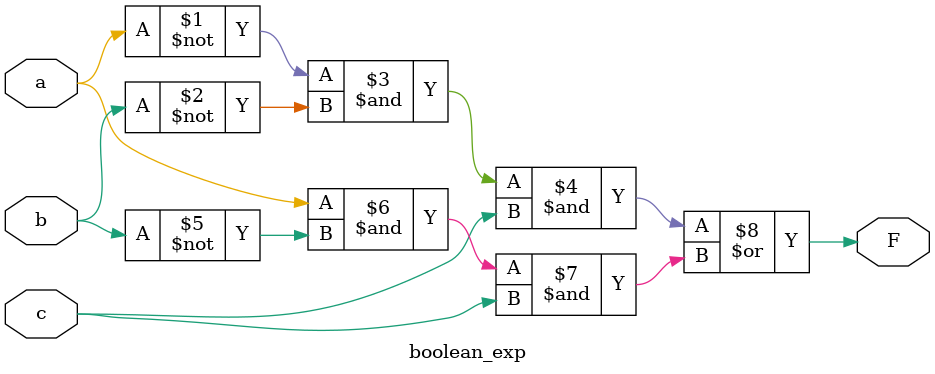
<source format=v>
`timescale 1ns / 1ps

module boolean_exp(
    input a,
    input b,
    input c,
    output F
    );
   assign F = (~a & ~b & c) | (a & ~b & c);
endmodule

</source>
